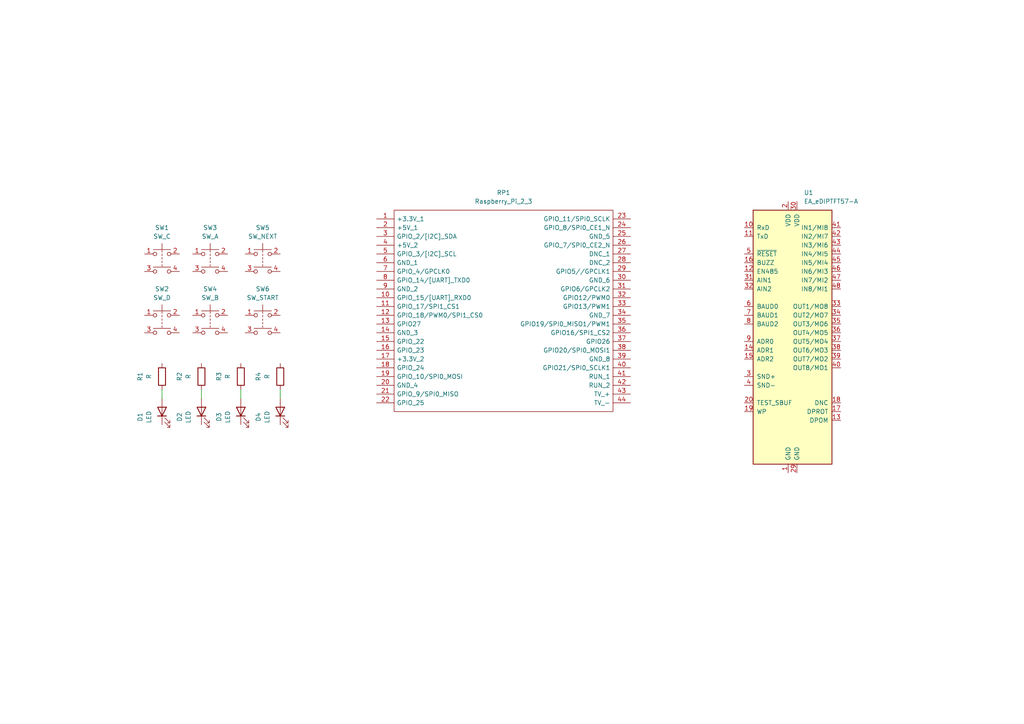
<source format=kicad_sch>
(kicad_sch (version 20211123) (generator eeschema)
  (paper "A4")
  (lib_symbols
    (symbol "Device:LED" (pin_numbers hide) (pin_names (offset 1.016) hide)
      (property "Reference" "D" (at 0 2.54 0))
      (property "Value" "LED" (at 0 -2.54 0))
      (symbol "LED_0_1"
        (polyline (pts (xy -1.27 -1.27) (xy -1.27 1.27)) (stroke (width 0.254)))
        (polyline (pts (xy -1.27 0) (xy 1.27 0)))
        (polyline (pts (xy 1.27 -1.27) (xy 1.27 1.27) (xy -1.27 0) (xy 1.27 -1.27)) (stroke (width 0.254)))
        (polyline (pts (xy -3.048 -0.762) (xy -4.572 -2.286) (xy -3.81 -2.286) (xy -4.572 -2.286) (xy -4.572 -1.524)))
        (polyline (pts (xy -1.778 -0.762) (xy -3.302 -2.286) (xy -2.54 -2.286) (xy -3.302 -2.286) (xy -3.302 -1.524)))
      )
      (symbol "LED_1_1"
        (pin passive line (at -3.81 0 0) (length 2.54) (name "K") (number "1"))
        (pin passive line (at 3.81 0 180) (length 2.54) (name "A") (number "2"))
      )
    )
    (symbol "Device:R" (pin_numbers hide) (pin_names (offset 0))
      (property "Reference" "R" (at 2.032 0 90))
      (property "Value" "R" (at 0 0 90))
      (symbol "R_0_1"
        (rectangle (start -1.016 -2.54) (end 1.016 2.54) (stroke (width 0.254)))
      )
      (symbol "R_1_1"
        (pin passive line (at 0 3.81 270) (length 1.27) (name "~") (number "1"))
        (pin passive line (at 0 -3.81 90) (length 1.27) (name "~") (number "2"))
      )
    )
    (symbol "Display_Graphic:EA_eDIPTFT57-A" (pin_names (offset 1.016))
      (property "Reference" "U" (at -8.636 36.83 0))
      (property "Value" "EA_eDIPTFT57-A" (at 3.81 36.83 0))
      (symbol "EA_eDIPTFT57-A_0_1"
        (rectangle (start -10.16 35.56) (end 12.7 -38.1) (stroke (width 0.254)) (fill (type background)))
      )
      (symbol "EA_eDIPTFT57-A_1_1"
        (pin power_in line (at 0 -40.64 90) (length 2.54) (name "GND") (number "1"))
        (pin input line (at -12.7 30.48 0) (length 2.54) (name "RxD") (number "10"))
        (pin output line (at -12.7 27.94 0) (length 2.54) (name "TxD") (number "11"))
        (pin output line (at -12.7 17.78 0) (length 2.54) (name "EN485") (number "12"))
        (pin input line (at 15.24 -25.4 180) (length 2.54) (name "DPOM") (number "13"))
        (pin input line (at -12.7 -5.08 0) (length 2.54) (name "ADR1") (number "14"))
        (pin input line (at -12.7 -7.62 0) (length 2.54) (name "ADR2") (number "15"))
        (pin output line (at -12.7 20.32 0) (length 2.54) (name "BUZZ") (number "16"))
        (pin input line (at 15.24 -22.86 180) (length 2.54) (name "DPROT") (number "17"))
        (pin output line (at 15.24 -20.32 180) (length 2.54) (name "DNC") (number "18"))
        (pin input line (at -12.7 -22.86 0) (length 2.54) (name "WP") (number "19"))
        (pin power_in line (at 0 38.1 270) (length 2.54) (name "VDD") (number "2"))
        (pin bidirectional line (at -12.7 -20.32 0) (length 2.54) (name "TEST_SBUF") (number "20"))
        (pin no_connect line (at -10.16 -27.94 0) (length 2.54) hide (name "NC") (number "21"))
        (pin no_connect line (at -10.16 -30.48 0) (length 2.54) hide (name "NC") (number "22"))
        (pin no_connect line (at -10.16 -33.02 0) (length 2.54) hide (name "NC") (number "23"))
        (pin no_connect line (at -10.16 -35.56 0) (length 2.54) hide (name "NC") (number "24"))
        (pin no_connect line (at 12.7 -35.56 180) (length 2.54) hide (name "NC") (number "25"))
        (pin no_connect line (at 12.7 -33.02 180) (length 2.54) hide (name "NC") (number "26"))
        (pin no_connect line (at 12.7 -30.48 180) (length 2.54) hide (name "NC") (number "27"))
        (pin no_connect line (at 12.7 -27.94 180) (length 2.54) hide (name "NC") (number "28"))
        (pin power_in line (at 2.54 -40.64 90) (length 2.54) (name "GND") (number "29"))
        (pin output line (at -12.7 -12.7 0) (length 2.54) (name "SND+") (number "3"))
        (pin power_in line (at 2.54 38.1 270) (length 2.54) (name "VDD") (number "30"))
        (pin input line (at -12.7 15.24 0) (length 2.54) (name "AIN1") (number "31"))
        (pin input line (at -12.7 12.7 0) (length 2.54) (name "AIN2") (number "32"))
        (pin output line (at 15.24 7.62 180) (length 2.54) (name "OUT1/MO8") (number "33"))
        (pin output line (at 15.24 5.08 180) (length 2.54) (name "OUT2/MO7") (number "34"))
        (pin output line (at 15.24 2.54 180) (length 2.54) (name "OUT3/MO6") (number "35"))
        (pin output line (at 15.24 0 180) (length 2.54) (name "OUT4/MO5") (number "36"))
        (pin output line (at 15.24 -2.54 180) (length 2.54) (name "OUT5/MO4") (number "37"))
        (pin output line (at 15.24 -5.08 180) (length 2.54) (name "OUT6/MO3") (number "38"))
        (pin output line (at 15.24 -7.62 180) (length 2.54) (name "OUT7/MO2") (number "39"))
        (pin input line (at -12.7 -15.24 0) (length 2.54) (name "SND-") (number "4"))
        (pin output line (at 15.24 -10.16 180) (length 2.54) (name "OUT8/MO1") (number "40"))
        (pin input line (at 15.24 30.48 180) (length 2.54) (name "IN1/MI8") (number "41"))
        (pin input line (at 15.24 27.94 180) (length 2.54) (name "IN2/MI7") (number "42"))
        (pin input line (at 15.24 25.4 180) (length 2.54) (name "IN3/MI6") (number "43"))
        (pin input line (at 15.24 22.86 180) (length 2.54) (name "IN4/MI5") (number "44"))
        (pin input line (at 15.24 20.32 180) (length 2.54) (name "IN5/MI4") (number "45"))
        (pin input line (at 15.24 17.78 180) (length 2.54) (name "IN6/MI3") (number "46"))
        (pin input line (at 15.24 15.24 180) (length 2.54) (name "IN7/MI2") (number "47"))
        (pin input line (at 15.24 12.7 180) (length 2.54) (name "IN8/MI1") (number "48"))
        (pin input line (at -12.7 22.86 0) (length 2.54) (name "~{RESET}") (number "5"))
        (pin input line (at -12.7 7.62 0) (length 2.54) (name "BAUD0") (number "6"))
        (pin input line (at -12.7 5.08 0) (length 2.54) (name "BAUD1") (number "7"))
        (pin input line (at -12.7 2.54 0) (length 2.54) (name "BAUD2") (number "8"))
        (pin input line (at -12.7 -2.54 0) (length 2.54) (name "ADR0") (number "9"))
      )
    )
    (symbol "Raspberry_Pi_2_or_3:Raspberry_Pi_2_3" (pin_names (offset 0.762))
      (property "Reference" "RP" (at 30.48 27.94 0))
      (property "Value" "Raspberry_Pi_2_3" (at 30.48 25.4 0))
      (symbol "Raspberry_Pi_2_3_0_0"
        (pin bidirectional line (at 0 0 0) (length 5.08) (name "+3.3V_1") (number "1"))
        (pin bidirectional line (at 0 -22.86 0) (length 5.08) (name "GPIO_15/[UART]_RXD0") (number "10"))
        (pin bidirectional line (at 0 -25.4 0) (length 5.08) (name "GPIO_17/SPI1_CS1") (number "11"))
        (pin bidirectional line (at 0 -27.94 0) (length 5.08) (name "GPIO_18/PWM0/SPI1_CS0") (number "12"))
        (pin bidirectional line (at 0 -30.48 0) (length 5.08) (name "GPIO27") (number "13"))
        (pin bidirectional line (at 0 -33.02 0) (length 5.08) (name "GND_3") (number "14"))
        (pin bidirectional line (at 0 -35.56 0) (length 5.08) (name "GPIO_22") (number "15"))
        (pin bidirectional line (at 0 -38.1 0) (length 5.08) (name "GPIO_23") (number "16"))
        (pin bidirectional line (at 0 -40.64 0) (length 5.08) (name "+3.3V_2") (number "17"))
        (pin bidirectional line (at 0 -43.18 0) (length 5.08) (name "GPIO_24") (number "18"))
        (pin bidirectional line (at 0 -45.72 0) (length 5.08) (name "GPIO_10/SPI0_MOSI") (number "19"))
        (pin bidirectional line (at 0 -2.54 0) (length 5.08) (name "+5V_1") (number "2"))
        (pin bidirectional line (at 0 -48.26 0) (length 5.08) (name "GND_4") (number "20"))
        (pin bidirectional line (at 0 -50.8 0) (length 5.08) (name "GPIO_9/SPI0_MISO") (number "21"))
        (pin bidirectional line (at 0 -53.34 0) (length 5.08) (name "GPIO_25") (number "22"))
        (pin bidirectional line (at 73.66 0 180) (length 5.08) (name "GPIO_11/SPI0_SCLK") (number "23"))
        (pin bidirectional line (at 73.66 -2.54 180) (length 5.08) (name "GPIO_8/SPI0_CE1_N") (number "24"))
        (pin bidirectional line (at 73.66 -5.08 180) (length 5.08) (name "GND_5") (number "25"))
        (pin bidirectional line (at 73.66 -7.62 180) (length 5.08) (name "GPIO_7/SPI0_CE2_N") (number "26"))
        (pin bidirectional line (at 73.66 -10.16 180) (length 5.08) (name "DNC_1") (number "27"))
        (pin bidirectional line (at 73.66 -12.7 180) (length 5.08) (name "DNC_2") (number "28"))
        (pin bidirectional line (at 73.66 -15.24 180) (length 5.08) (name "GPIO5//GPCLK1") (number "29"))
        (pin bidirectional line (at 0 -5.08 0) (length 5.08) (name "GPIO_2/[I2C]_SDA") (number "3"))
        (pin bidirectional line (at 73.66 -17.78 180) (length 5.08) (name "GND_6") (number "30"))
        (pin bidirectional line (at 73.66 -20.32 180) (length 5.08) (name "GPIO6/GPCLK2") (number "31"))
        (pin bidirectional line (at 73.66 -22.86 180) (length 5.08) (name "GPIO12/PWM0") (number "32"))
        (pin bidirectional line (at 73.66 -25.4 180) (length 5.08) (name "GPIO13/PWM1") (number "33"))
        (pin bidirectional line (at 73.66 -27.94 180) (length 5.08) (name "GND_7") (number "34"))
        (pin bidirectional line (at 73.66 -30.48 180) (length 5.08) (name "GPIO19/SPI0_MISO1/PWM1") (number "35"))
        (pin bidirectional line (at 73.66 -33.02 180) (length 5.08) (name "GPIO16/SPI1_CS2") (number "36"))
        (pin bidirectional line (at 73.66 -35.56 180) (length 5.08) (name "GPIO26") (number "37"))
        (pin bidirectional line (at 73.66 -38.1 180) (length 5.08) (name "GPIO20/SPI0_MOSI1") (number "38"))
        (pin bidirectional line (at 73.66 -40.64 180) (length 5.08) (name "GND_8") (number "39"))
        (pin bidirectional line (at 0 -7.62 0) (length 5.08) (name "+5V_2") (number "4"))
        (pin bidirectional line (at 73.66 -43.18 180) (length 5.08) (name "GPIO21/SPI0_SCLK1") (number "40"))
        (pin bidirectional line (at 73.66 -45.72 180) (length 5.08) (name "RUN_1") (number "41"))
        (pin bidirectional line (at 73.66 -48.26 180) (length 5.08) (name "RUN_2") (number "42"))
        (pin bidirectional line (at 73.66 -50.8 180) (length 5.08) (name "TV_+") (number "43"))
        (pin bidirectional line (at 73.66 -53.34 180) (length 5.08) (name "TV_-") (number "44"))
        (pin bidirectional line (at 0 -10.16 0) (length 5.08) (name "GPIO_3/[I2C]_SCL") (number "5"))
        (pin bidirectional line (at 0 -12.7 0) (length 5.08) (name "GND_1") (number "6"))
        (pin bidirectional line (at 0 -15.24 0) (length 5.08) (name "GPIO_4/GPCLK0") (number "7"))
        (pin bidirectional line (at 0 -17.78 0) (length 5.08) (name "GPIO_14/[UART]_TXD0") (number "8"))
        (pin bidirectional line (at 0 -20.32 0) (length 5.08) (name "GND_2") (number "9"))
      )
      (symbol "Raspberry_Pi_2_3_0_1"
        (polyline (pts (xy 5.08 2.54) (xy 68.58 2.54) (xy 68.58 -55.88) (xy 5.08 -55.88) (xy 5.08 2.54)) (stroke (width 0.1524)))
      )
    )
    (symbol "Switch:SW_Push_Dual" (pin_names (offset 1.016) hide)
      (property "Reference" "SW" (at 1.27 2.54 0))
      (property "Value" "SW_Push_Dual" (at 0 -6.858 0))
      (symbol "SW_Push_Dual_0_1"
        (circle (center -2.032 -5.08) (radius 0.508))
        (circle (center -2.032 0) (radius 0.508))
        (polyline (pts (xy 0 -3.048) (xy 0 -3.556)))
        (polyline (pts (xy 0 -2.032) (xy 0 -2.54)))
        (polyline (pts (xy 0 -1.524) (xy 0 -1.016)))
        (polyline (pts (xy 0 -0.508) (xy 0 0)))
        (polyline (pts (xy 0 0.508) (xy 0 1.016)))
        (polyline (pts (xy 0 1.27) (xy 0 3.048)))
        (polyline (pts (xy 2.54 -3.81) (xy -2.54 -3.81)))
        (polyline (pts (xy 2.54 1.27) (xy -2.54 1.27)))
        (circle (center 2.032 -5.08) (radius 0.508))
        (circle (center 2.032 0) (radius 0.508))
        (pin passive line (at -5.08 0 0) (length 2.54) (name "1") (number "1"))
        (pin passive line (at 5.08 0 180) (length 2.54) (name "2") (number "2"))
        (pin passive line (at -5.08 -5.08 0) (length 2.54) (name "3") (number "3"))
        (pin passive line (at 5.08 -5.08 180) (length 2.54) (name "4") (number "4"))
      )
    )
  )
  (wire (pts (xy 46.99 115.57) (xy 46.99 113.03)))
  (wire (pts (xy 69.85 115.57) (xy 69.85 113.03)))
  (wire (pts (xy 81.28 115.57) (xy 81.28 113.03)))
  (wire (pts (xy 58.42 115.57) (xy 58.42 113.03)))
  (symbol (lib_id "Switch:SW_Push_Dual") (at 46.99 91.44 0) (unit 1)
    (property "Reference" "SW2" (at 46.99 83.82 0))
    (property "Value" "SW_D" (at 46.99 86.36 0))
    (property "Footprint" "Button_Switch_THT:SW_PUSH-12mm" (effects hide))
  )
  (symbol (lib_id "Raspberry_Pi_2_or_3:Raspberry_Pi_2_3") (at 109.22 63.5 0) (unit 1)
    (property "Reference" "RP1" (at 146.05 55.88 0))
    (property "Value" "Raspberry_Pi_2_3" (at 146.05 58.42 0))
    (property "Footprint" "rpi:raspberrypi_2_3" (effects hide))
    (property "Datasheet" "https://cdn.sparkfun.com/assets/learn_tutorials/6/7/6/PiZero_1.pdf" (effects hide))
    (property "Description" "Raspberry Pi Zero 2 or 3 Single-board Computers" (effects hide))
    (property "Manufacturer_Name" "RASPBERRY-PI" (effects hide))
    (property "Manufacturer_Part_Number" "Raspberry Pi 2 or 3" (effects hide))
  )
  (symbol (lib_id "Device:LED") (at 69.85 119.38 90) (unit 1)
    (property "Reference" "D3" (at 63.5 120.9675 0))
    (property "Value" "LED" (at 66.04 120.9675 0))
    (property "Footprint" "LED_SMD:LED_1206_3216Metric_Pad1.42x1.75mm_HandSolder" (effects hide))
  )
  (symbol (lib_id "Switch:SW_Push_Dual") (at 60.96 73.66 0) (unit 1)
    (property "Reference" "SW3" (at 60.96 66.04 0))
    (property "Value" "SW_A" (at 60.96 68.58 0))
    (property "Footprint" "Button_Switch_THT:SW_PUSH-12mm" (effects hide))
  )
  (symbol (lib_id "Device:LED") (at 58.42 119.38 90) (unit 1)
    (property "Reference" "D2" (at 52.07 120.9675 0))
    (property "Value" "LED" (at 54.61 120.9675 0))
    (property "Footprint" "LED_SMD:LED_1206_3216Metric_Pad1.42x1.75mm_HandSolder" (effects hide))
  )
  (symbol (lib_id "Device:LED") (at 46.99 119.38 90) (unit 1)
    (property "Reference" "D1" (at 40.64 120.9675 0))
    (property "Value" "LED" (at 43.18 120.9675 0))
    (property "Footprint" "LED_SMD:LED_1206_3216Metric_Pad1.42x1.75mm_HandSolder" (effects hide))
  )
  (symbol (lib_id "Device:LED") (at 81.28 119.38 90) (unit 1)
    (property "Reference" "D4" (at 74.93 120.9675 0))
    (property "Value" "LED" (at 77.47 120.9675 0))
    (property "Footprint" "LED_SMD:LED_1206_3216Metric_Pad1.42x1.75mm_HandSolder" (effects hide))
  )
  (symbol (lib_id "Switch:SW_Push_Dual") (at 60.96 91.44 0) (unit 1)
    (property "Reference" "SW4" (at 60.96 83.82 0))
    (property "Value" "SW_B" (at 60.96 86.36 0))
    (property "Footprint" "Button_Switch_THT:SW_PUSH-12mm" (effects hide))
  )
  (symbol (lib_id "Switch:SW_Push_Dual") (at 46.99 73.66 0) (unit 1)
    (property "Reference" "SW1" (at 46.99 66.04 0))
    (property "Value" "SW_C" (at 46.99 68.58 0))
    (property "Footprint" "Button_Switch_THT:SW_PUSH-12mm" (effects hide))
  )
  (symbol (lib_id "Device:R") (at 81.28 109.22 180) (unit 1)
    (property "Reference" "R4" (at 74.93 109.22 90))
    (property "Value" "R" (at 77.47 109.22 90))
    (property "Footprint" "Resistor_SMD:R_0805_2012Metric_Pad1.20x1.40mm_HandSolder" (effects hide))
  )
  (symbol (lib_id "Device:R") (at 69.85 109.22 180) (unit 1)
    (property "Reference" "R3" (at 63.5 109.22 90))
    (property "Value" "R" (at 66.04 109.22 90))
    (property "Footprint" "Resistor_SMD:R_0805_2012Metric_Pad1.20x1.40mm_HandSolder" (effects hide))
  )
  (symbol (lib_id "Device:R") (at 46.99 109.22 180) (unit 1)
    (property "Reference" "R1" (at 40.64 109.22 90))
    (property "Value" "R" (at 43.18 109.22 90))
    (property "Footprint" "Resistor_SMD:R_0805_2012Metric_Pad1.20x1.40mm_HandSolder" (effects hide))
  )
  (symbol (lib_id "Switch:SW_Push_Dual") (at 76.2 73.66 0) (unit 1)
    (property "Reference" "SW5" (at 76.2 66.04 0))
    (property "Value" "SW_NEXT" (at 76.2 68.58 0))
    (property "Footprint" "Button_Switch_THT:SW_PUSH-12mm" (effects hide))
  )
  (symbol (lib_id "Device:R") (at 58.42 109.22 180) (unit 1)
    (property "Reference" "R2" (at 52.07 109.22 90))
    (property "Value" "R" (at 54.61 109.22 90))
    (property "Footprint" "Resistor_SMD:R_0805_2012Metric_Pad1.20x1.40mm_HandSolder" (effects hide))
  )
  (symbol (lib_id "Switch:SW_Push_Dual") (at 76.2 91.44 0) (unit 1)
    (property "Reference" "SW6" (at 76.2 83.82 0))
    (property "Value" "SW_START" (at 76.2 86.36 0))
    (property "Footprint" "Button_Switch_THT:SW_PUSH-12mm" (effects hide))
  )
  (symbol (lib_id "Display_Graphic:EA_eDIPTFT57-A") (at 228.6 96.52 0) (unit 1)
    (property "Reference" "U1" (at 233.1594 55.88 0) (effects (justify left)))
    (property "Value" "EA_eDIPTFT57-A" (at 233.1594 58.42 0) (effects (justify left)))
    (property "Footprint" "Display:EA_eDIPTFT57-XXX" (effects hide))
    (property "Datasheet" "http://www.lcd-module.com/fileadmin/eng/pdf/grafik/ediptft57-ae.pdf" (effects hide))
  )
)
</source>
